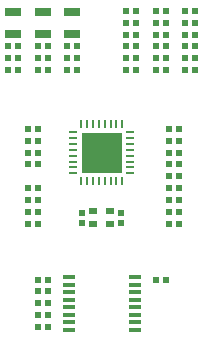
<source format=gbr>
%TF.GenerationSoftware,Altium Limited,Altium Designer,22.1.2 (22)*%
G04 Layer_Color=128*
%FSLAX26Y26*%
%MOIN*%
%TF.SameCoordinates,654C00B4-3322-4B45-B6E3-0FD47356756A*%
%TF.FilePolarity,Positive*%
%TF.FileFunction,Paste,Bot*%
%TF.Part,Single*%
G01*
G75*
%TA.AperFunction,SMDPad,CuDef*%
%ADD12R,0.018504X0.020472*%
%ADD19R,0.135827X0.135827*%
%ADD20R,0.009842X0.027559*%
%ADD21R,0.027559X0.009842*%
%ADD22R,0.039370X0.015748*%
%ADD23R,0.055118X0.027559*%
%ADD24R,0.027559X0.023622*%
%ADD25R,0.020472X0.018504*%
D12*
X-278346Y1269685D02*
D03*
X-312205D02*
D03*
X81496Y1427165D02*
D03*
X115354D02*
D03*
X81496Y1348425D02*
D03*
X115354D02*
D03*
X179921D02*
D03*
X213780D02*
D03*
X278346D02*
D03*
X312205D02*
D03*
X-312205Y1309055D02*
D03*
X-278346D02*
D03*
X-213780D02*
D03*
X-179921D02*
D03*
X-115355Y1348425D02*
D03*
X-81496D02*
D03*
X-213780D02*
D03*
X-179922D02*
D03*
X-115355Y1309055D02*
D03*
X-81496D02*
D03*
X179921Y570866D02*
D03*
X213780D02*
D03*
X-179921D02*
D03*
X-213780D02*
D03*
X-179921Y492126D02*
D03*
X-213780D02*
D03*
X-312205Y1348425D02*
D03*
X-278347D02*
D03*
X312205Y1387795D02*
D03*
X278346D02*
D03*
X278346Y1309055D02*
D03*
X312204D02*
D03*
X179921Y1269685D02*
D03*
X213780D02*
D03*
X-213780Y413386D02*
D03*
X-179921D02*
D03*
X-247244Y1033465D02*
D03*
X-213386D02*
D03*
X278346Y1269685D02*
D03*
X312205D02*
D03*
X179921Y1309055D02*
D03*
X213780D02*
D03*
X-247244Y757874D02*
D03*
X-213386D02*
D03*
X-247244Y797244D02*
D03*
X-213386D02*
D03*
X115354Y1387795D02*
D03*
X81496D02*
D03*
X213780D02*
D03*
X179921D02*
D03*
X81496Y1269685D02*
D03*
X115354D02*
D03*
X81496Y1309055D02*
D03*
X115354D02*
D03*
X259055Y836614D02*
D03*
X225197D02*
D03*
X259055Y915354D02*
D03*
X225197D02*
D03*
Y875984D02*
D03*
X259055D02*
D03*
X-247244Y994094D02*
D03*
X-213386D02*
D03*
X259055Y757874D02*
D03*
X225197D02*
D03*
X-213386Y836614D02*
D03*
X-247244D02*
D03*
X225197Y994094D02*
D03*
X259055D02*
D03*
X-179921Y531496D02*
D03*
X-213780D02*
D03*
X225197Y1072835D02*
D03*
X259055D02*
D03*
X-247244Y954724D02*
D03*
X-213386D02*
D03*
X259055Y797244D02*
D03*
X225197D02*
D03*
X259055Y1033465D02*
D03*
X225197D02*
D03*
X259055Y954724D02*
D03*
X225197D02*
D03*
X-247244Y875984D02*
D03*
X-213386D02*
D03*
X-81496Y1269685D02*
D03*
X-115355D02*
D03*
X-213780D02*
D03*
X-179921D02*
D03*
X-213780Y452756D02*
D03*
X-179921D02*
D03*
X-213386Y1072835D02*
D03*
X-247244D02*
D03*
X115354Y1466535D02*
D03*
X81496D02*
D03*
X213780D02*
D03*
X179921D02*
D03*
X312205D02*
D03*
X278346D02*
D03*
X278347Y1427165D02*
D03*
X312205D02*
D03*
X179921D02*
D03*
X213780D02*
D03*
D19*
X0Y994095D02*
D03*
D20*
X-68898Y1088583D02*
D03*
X-49213D02*
D03*
X-29528D02*
D03*
X-9842D02*
D03*
X9842D02*
D03*
X29528D02*
D03*
X49213D02*
D03*
X68898D02*
D03*
Y899606D02*
D03*
X49213D02*
D03*
X29528D02*
D03*
X9842D02*
D03*
X-9842D02*
D03*
X-29528D02*
D03*
X-49213D02*
D03*
X-68898D02*
D03*
D21*
X94488Y1062992D02*
D03*
Y1043307D02*
D03*
Y1023622D02*
D03*
Y1003937D02*
D03*
Y984252D02*
D03*
Y964567D02*
D03*
Y944882D02*
D03*
Y925197D02*
D03*
X-94488D02*
D03*
Y944882D02*
D03*
Y964567D02*
D03*
Y984252D02*
D03*
Y1003937D02*
D03*
Y1023622D02*
D03*
Y1043307D02*
D03*
Y1062992D02*
D03*
D22*
X-110236Y504626D02*
D03*
Y529646D02*
D03*
Y554646D02*
D03*
Y479606D02*
D03*
Y454606D02*
D03*
Y429606D02*
D03*
Y404606D02*
D03*
Y579646D02*
D03*
X110236Y504626D02*
D03*
Y529646D02*
D03*
Y554646D02*
D03*
Y479606D02*
D03*
Y454606D02*
D03*
Y429606D02*
D03*
Y404606D02*
D03*
Y579646D02*
D03*
D23*
X-98425Y1390354D02*
D03*
Y1463976D02*
D03*
X-295276Y1390354D02*
D03*
Y1463976D02*
D03*
X-196851Y1390354D02*
D03*
Y1463976D02*
D03*
D24*
X27559Y755905D02*
D03*
X-27559D02*
D03*
Y799212D02*
D03*
X27559D02*
D03*
D25*
X64961Y794488D02*
D03*
Y760630D02*
D03*
X-64961D02*
D03*
Y794488D02*
D03*
%TF.MD5,6784662409cdf218569c5836a6779dd9*%
M02*

</source>
